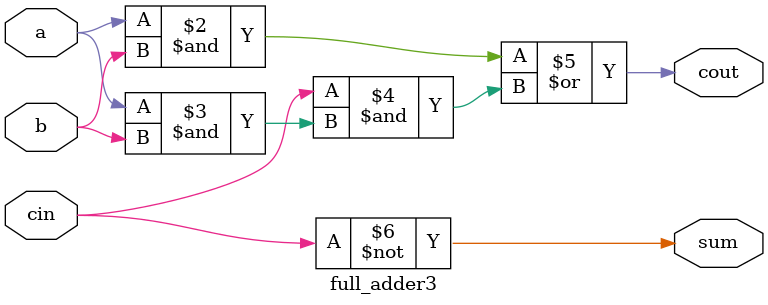
<source format=v>
module full_adder3(a,b,cin,sum,cout);
input a,b,cin;
output sum,cout;
assign sum = 1'b1^cin;
assign cout = a&b|cin&(a&b); 
// initial begin
//     $display("The incorrect adder with xor0 and xor1 having out/1 and in1/1");
// end   
endmodule
</source>
